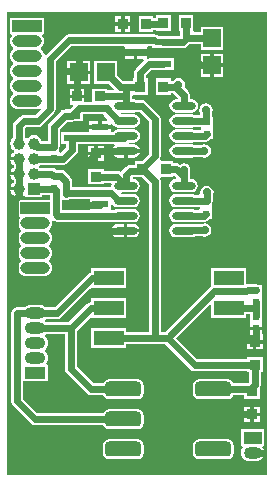
<source format=gbl>
%FSTAX23Y23*%
%MOIN*%
%SFA1B1*%

%IPPOS*%
%AMD14*
4,1,8,-0.047500,-0.025000,0.047500,-0.025000,0.060000,-0.012500,0.060000,0.012500,0.047500,0.025000,-0.047500,0.025000,-0.060000,0.012500,-0.060000,-0.012500,-0.047500,-0.025000,0.0*
1,1,0.025000,-0.047500,-0.012500*
1,1,0.025000,0.047500,-0.012500*
1,1,0.025000,0.047500,0.012500*
1,1,0.025000,-0.047500,0.012500*
%
%ADD10C,0.023620*%
%ADD11R,0.098430X0.039370*%
%ADD12O,0.098430X0.039370*%
%ADD13R,0.100000X0.050000*%
G04~CAMADD=14~8~0.0~0.0~1200.0~500.0~125.0~0.0~15~0.0~0.0~0.0~0.0~0~0.0~0.0~0.0~0.0~0~0.0~0.0~0.0~180.0~1200.0~500.0*
%ADD14D14*%
%ADD15R,0.060000X0.039370*%
%ADD16O,0.060000X0.040000*%
%ADD17O,0.098430X0.039370*%
%ADD18R,0.098430X0.039370*%
%ADD19O,0.068900X0.039370*%
%ADD20R,0.068900X0.039370*%
%ADD21R,0.039370X0.039370*%
%ADD22C,0.039370*%
%ADD23C,0.027560*%
%ADD24C,0.050000*%
%ADD25R,0.057090X0.023620*%
%ADD26R,0.037400X0.033470*%
%ADD27R,0.033470X0.037400*%
%ADD28R,0.060000X0.060000*%
%ADD29R,0.060000X0.060000*%
%ADD30O,0.078740X0.027560*%
%ADD31R,0.023620X0.019690*%
%LNdaughterboard-1*%
%LPD*%
G36*
X02498Y00889D02*
Y00889D01*
X01629*
Y02435*
X02498*
Y00889*
G37*
%LNdaughterboard-2*%
%LPC*%
G36*
X02475Y01086D02*
X02454D01*
Y01067*
X02475*
Y01086*
G37*
G36*
X02442D02*
X02422D01*
Y01067*
X02442*
Y01086*
G37*
G36*
X02297Y01855D02*
X02288Y01853D01*
X02281Y01848*
X02276Y01841*
X02275Y01833*
X02275Y01829*
X02272Y01825*
X02253*
X02253Y01826*
X02244Y01827*
X02193*
X02185Y01826*
X02177Y01821*
X02173Y01814*
X02171Y01805*
X02173Y01797*
X02177Y0179*
X02185Y01785*
X02193Y01783*
X02244*
X02253Y01785*
X02253Y01785*
X02273*
X02275Y01783*
Y01779*
X02271Y01775*
X02253*
X02253Y01776*
X02244Y01777*
X02193*
X02185Y01776*
X02177Y01771*
X02173Y01764*
X02171Y01755*
X02173Y01747*
X02177Y0174*
X02185Y01735*
X02193Y01733*
X02244*
X02253Y01735*
X02253Y01735*
X02288*
X02296Y01737*
X02303Y01741*
X02305Y01744*
X02314*
Y01759*
X02315Y01761*
X02314Y01763*
Y01778*
Y01779*
Y01783*
Y01784*
Y01794*
X02315Y01795*
X02317Y01803*
Y01824*
X02317Y01824*
X02319Y01833*
X02317Y01841*
X02312Y01848*
X02305Y01853*
X02297Y01855*
G37*
G36*
X02442Y01116D02*
X02422D01*
Y01098*
X02442*
Y01116*
G37*
G36*
X02366Y01009D02*
X02271D01*
X02263Y01008*
X02256Y01003*
X02251Y00996*
X0225Y00988*
Y00963*
X02251Y00955*
X02256Y00949*
X02263Y00944*
X02271Y00943*
X02366*
X02373Y00944*
X0238Y00949*
X02385Y00955*
X02386Y00963*
Y00988*
X02385Y00996*
X0238Y01003*
X02373Y01008*
X02366Y01009*
G37*
G36*
X02288Y01993D02*
X0228Y01991D01*
X02279Y01991*
X02254*
X02254Y01991*
X02246Y01993*
X02194*
X02186Y01991*
X02179Y01986*
X02174Y01979*
X02172Y0197*
X02174Y01962*
X02179Y01955*
X02186Y0195*
X02194Y01948*
X02246*
X02254Y0195*
X02254Y0195*
X02279*
X0228Y0195*
X02288Y01948*
X02297Y0195*
X02304Y01955*
X02309Y01962*
X0231Y0197*
X02309Y01979*
X02304Y01986*
X02297Y01991*
X02288Y01993*
G37*
G36*
X02475Y01116D02*
X02454D01*
Y01098*
X02475*
Y01116*
G37*
G36*
X02066Y01009D02*
X01971D01*
X01963Y01008*
X01956Y01003*
X01951Y00996*
X0195Y00988*
Y00963*
X01951Y00955*
X01956Y00949*
X01963Y00944*
X01971Y00943*
X02066*
X02073Y00944*
X0208Y00949*
X02085Y00955*
X02086Y00963*
Y00988*
X02085Y00996*
X0208Y01003*
X02073Y01008*
X02066Y01009*
G37*
G36*
X02487Y01042D02*
X02412D01*
Y00987*
X02415*
X02418Y00982*
X02415Y00979*
X02412Y00972*
X02411Y00965*
X02412Y00957*
X02415Y00951*
X0242Y00945*
X02425Y0094*
X02432Y00938*
X02439Y00937*
X02459*
X02467Y00938*
X02473Y0094*
X02479Y00945*
X02484Y00951*
X02487Y00957*
X02488Y00965*
X02487Y00972*
X02484Y00979*
X02481Y00982*
X02484Y00987*
X02487*
Y01042*
G37*
G36*
X01664Y01839D02*
X01642D01*
X01643Y01838*
X01645Y01831*
X0165Y01825*
X01656Y01821*
X01662Y01818*
X01664Y01818*
Y01839*
G37*
G36*
X02027Y01579D02*
X01911D01*
Y01566*
X01907Y01565*
X019Y0156*
X0179Y0145*
X01758*
X01753Y01454*
X01746Y01457*
X01739Y01458*
X0171*
X01702Y01457*
X01696Y01454*
X01691Y0145*
X01664*
X01656Y01448*
X0165Y01444*
X01646Y01437*
X01644Y0143*
Y01136*
X01646Y01128*
X0165Y01122*
X0171Y01062*
X01716Y01057*
X01724Y01056*
X01951*
X01951Y01055*
X01956Y01049*
X01963Y01044*
X01971Y01043*
X02066*
X02073Y01044*
X0208Y01049*
X02085Y01055*
X02086Y01063*
Y01088*
X02085Y01096*
X0208Y01103*
X02073Y01108*
X02066Y01109*
X01971*
X01963Y01108*
X01956Y01103*
X01951Y01096*
X01951Y01096*
X01732*
X01684Y01144*
Y01202*
X01767*
Y01257*
X01763*
X01761Y01262*
X01763Y01266*
X01766Y01273*
X01767Y0128*
X01766Y01287*
X01763Y01294*
X01759Y01299*
X01756Y01302*
Y01308*
X01759Y0131*
X01763Y01316*
X01766Y01323*
X01767Y0133*
X01766Y01337*
X01763Y01344*
X01759Y01349*
X01757Y01351*
X01757Y01356*
X0176Y0136*
X01824*
Y01243*
X01825Y01235*
X01829Y01229*
X01897Y01162*
X01903Y01157*
X01911Y01156*
X01951*
X01951Y01155*
X01956Y01149*
X01963Y01144*
X01971Y01143*
X02066*
X02073Y01144*
X0208Y01149*
X02085Y01155*
X02086Y01163*
Y01188*
X02085Y01196*
X0208Y01203*
X02073Y01208*
X02066Y01209*
X01971*
X01963Y01208*
X01956Y01203*
X01951Y01196*
X01951Y01196*
X01919*
X01864Y01251*
Y01371*
X01907Y01414*
X01911Y01413*
X02027*
Y01479*
X01911*
Y01466*
X0191*
X01903Y01465*
X01896Y0146*
X01835Y014*
X01758*
X01757Y01401*
X01757Y01406*
X0176Y0141*
X01798*
X01806Y01411*
X01812Y01416*
X01907Y01511*
X01911Y01513*
X02027*
Y01579*
G37*
G36*
X0202Y01699D02*
X01979D01*
X0198Y01697*
X01985Y0169*
X01992Y01685*
X02Y01683*
X0202*
Y01699*
G37*
G36*
X02483Y01328D02*
X02462D01*
Y01309*
X02483*
Y01328*
G37*
G36*
X02481Y01373D02*
X02442D01*
Y01363*
Y01361*
X02438Y01358*
X0243*
Y0134*
X02483*
Y01357*
Y01358*
X02481Y01363*
Y01363*
Y01373*
G37*
G36*
X02072Y01699D02*
X02032D01*
Y01683*
X02051*
X0206Y01685*
X02067Y0169*
X02072Y01697*
X02072Y01699*
G37*
G36*
X02289Y01729D02*
X0228Y01727D01*
X0228Y01727*
X02246*
X02244Y01727*
X02193*
X02185Y01726*
X02177Y01721*
X02173Y01714*
X02171Y01705*
X02173Y01697*
X02177Y0169*
X02185Y01685*
X02193Y01683*
X02244*
X02253Y01685*
X02256Y01687*
X0228*
X0228Y01686*
X02289Y01685*
X02297Y01686*
X02304Y01691*
X02309Y01698*
X02311Y01707*
X02309Y01715*
X02304Y01722*
X02297Y01727*
X02289Y01729*
G37*
G36*
X0245Y01328D02*
X0243D01*
Y01309*
X0245*
Y01328*
G37*
G36*
X0202Y01727D02*
X02D01*
X01992Y01726*
X01985Y01721*
X0198Y01714*
X01979Y01711*
X0202*
Y01727*
G37*
G36*
X02051D02*
X02032D01*
Y01711*
X02072*
X02072Y01714*
X02067Y01721*
X0206Y01726*
X02051Y01727*
G37*
G36*
X02352Y02294D02*
X0232D01*
Y02262*
X02352*
Y02294*
G37*
G36*
X02053Y0229D02*
X02023D01*
Y02277*
X02053*
Y0229*
G37*
G36*
X01908Y0227D02*
X01876D01*
Y02238*
X01908*
Y0227*
G37*
G36*
X02308Y02294D02*
X02276D01*
Y02262*
X02308*
Y02294*
G37*
G36*
X02252Y02423D02*
X02203D01*
Y0237*
X02208*
Y02354*
X02152*
X0215Y02353*
X02137*
X02136Y02354*
X0213Y02358*
X02122Y0236*
X01837*
X01829Y02358*
X01823Y02354*
X0176Y02291*
X0176Y02291*
X01754Y02292*
X01754Y02295*
X01751Y02301*
X01747Y02307*
X01744Y02309*
Y02316*
X01747Y02318*
X01751Y02324*
X01754Y0233*
X01755Y02337*
X01754Y02345*
X01751Y02351*
X01748Y02355*
X01751Y0236*
X01755*
Y02415*
X01641*
Y0236*
X01644*
X01647Y02355*
X01644Y02351*
X01641Y02345*
X0164Y02337*
X01641Y0233*
X01644Y02324*
X01648Y02318*
X01651Y02316*
Y02309*
X01648Y02307*
X01644Y02301*
X01641Y02295*
X0164Y02287*
X01641Y0228*
X01644Y02274*
X01648Y02268*
X01651Y02266*
Y02259*
X01648Y02257*
X01644Y02251*
X01641Y02245*
X0164Y02237*
X01641Y0223*
X01644Y02224*
X01648Y02218*
X01651Y02216*
Y02209*
X01648Y02207*
X01644Y02201*
X01641Y02195*
X0164Y02187*
X01641Y0218*
X01644Y02174*
X01648Y02168*
X01651Y02166*
Y02159*
X01648Y02157*
X01644Y02151*
X01641Y02145*
X0164Y02137*
X01641Y0213*
X01644Y02124*
X01648Y02118*
X01654Y02113*
X01661Y02111*
X01668Y0211*
X01727*
X01734Y02111*
X01741Y02113*
X01744Y02109*
X01724Y0209*
X01687*
X01679Y02089*
X01673Y02084*
X01655Y02067*
X01651Y0206*
X01649Y02052*
Y02014*
X01645Y02009*
X01643Y02002*
X01642Y01995*
X01643Y01988*
X01645Y01981*
X0165Y01975*
X01653Y01973*
Y01967*
X0165Y01964*
X01645Y01959*
X01643Y01952*
X01642Y01951*
X01669*
Y01939*
X01642*
X01643Y01938*
X01645Y01931*
X0165Y01925*
X01653Y01923*
Y01917*
X0165Y01914*
X01645Y01909*
X01643Y01902*
X01642Y01901*
X01669*
Y01889*
X01642*
X01643Y01888*
X01645Y01881*
X0165Y01875*
X01653Y01873*
Y01867*
X0165Y01864*
X01645Y01859*
X01643Y01852*
X01642Y01851*
X01669*
Y01845*
X01675*
Y01818*
X01677Y01818*
X01683Y01821*
X01687Y01823*
X01692Y01821*
Y01817*
X01747*
Y01825*
X01773*
Y01807*
X01667*
Y01752*
X01671*
X01674Y01747*
X01671Y01744*
X01668Y01737*
X01667Y0173*
X01668Y01723*
X01671Y01716*
X01675Y0171*
X01678Y01708*
Y01702*
X01675Y01699*
X01671Y01694*
X01668Y01687*
X01667Y0168*
X01668Y01673*
X01671Y01666*
X01675Y0166*
X01678Y01658*
Y01652*
X01675Y01649*
X01671Y01644*
X01668Y01637*
X01667Y0163*
X01668Y01623*
X01671Y01616*
X01675Y0161*
X01678Y01608*
Y01602*
X01675Y01599*
X01671Y01594*
X01668Y01587*
X01667Y0158*
X01668Y01573*
X01671Y01566*
X01675Y0156*
X01681Y01556*
X01688Y01553*
X01695Y01552*
X01754*
X01761Y01553*
X01768Y01556*
X01774Y0156*
X01778Y01566*
X01781Y01573*
X01782Y0158*
X01781Y01587*
X01778Y01594*
X01774Y01599*
X01771Y01602*
Y01608*
X01774Y0161*
X01778Y01616*
X01781Y01623*
X01782Y0163*
X01781Y01637*
X01778Y01644*
X01774Y01649*
X01771Y01652*
Y01658*
X01774Y0166*
X01778Y01666*
X01781Y01673*
X01782Y0168*
X01781Y01687*
X01778Y01694*
X01774Y01699*
X01771Y01702*
Y01708*
X01774Y0171*
X01778Y01716*
X01781Y01723*
X01782Y0173*
X01781Y01737*
X01782Y01738*
X01785Y0174*
X01791Y01736*
X01798Y01735*
X01992*
X02Y01733*
X02051*
X0206Y01735*
X02067Y0174*
X02072Y01747*
X02073Y01755*
X02072Y01764*
X02067Y01771*
X0206Y01776*
X02051Y01777*
X02*
X01992Y01776*
X01991Y01775*
X01978*
Y0179*
X01983Y01791*
X01985Y0179*
X01992Y01785*
X02Y01783*
X02051*
X0206Y01785*
X02067Y0179*
X02072Y01797*
X02073Y01805*
X02072Y01814*
X02067Y01821*
X0206Y01826*
X02051Y01827*
X02013*
X02012Y01828*
X02015Y01833*
X02051*
X0206Y01835*
X02067Y0184*
X02072Y01847*
X02073Y01855*
X02072Y01864*
X02067Y01871*
X0206Y01876*
X02053Y01877*
X02051Y01881*
X02051Y01882*
X02052Y01884*
X02081*
X02103Y01861*
Y01366*
X02027*
Y01379*
X01911*
Y01313*
X02027*
Y01326*
X02158*
X02241Y01243*
X02248Y01238*
X02256Y01237*
X0243*
Y01232*
X02436*
Y01199*
X02433Y01196*
X02385*
X02385Y01196*
X0238Y01203*
X02373Y01208*
X02366Y01209*
X02271*
X02263Y01208*
X02256Y01203*
X02251Y01196*
X0225Y01188*
Y01163*
X02251Y01155*
X02256Y01149*
X02263Y01144*
X02271Y01143*
X02366*
X02373Y01144*
X0238Y01149*
X02385Y01155*
X02385Y01156*
X02422*
Y01144*
X02475*
Y01184*
X02476Y01191*
Y01232*
X02483*
Y01282*
X0243*
Y01277*
X02264*
X02195Y01346*
X02307Y01458*
X02311Y01456*
Y01413*
X02427*
Y01426*
X02441*
Y01419*
X02442Y01417*
Y01402*
Y01401*
Y01397*
Y01396*
Y01385*
X02481*
Y01396*
Y01397*
Y01401*
Y01402*
Y01416*
X02482Y01419*
Y01468*
X02481Y01469*
Y01485*
Y01489*
Y01505*
X02482Y01507*
X02481Y01509*
Y01525*
X0247*
X02469Y01525*
X02461Y01527*
X02433*
X02431Y01527*
X02427Y0153*
Y01579*
X02311*
Y01518*
X02307Y01516*
X02158Y01366*
X02144*
Y01869*
X02142Y01877*
X02141Y01879*
X02143Y01884*
X02183*
Y01886*
X02188Y01888*
X02194Y01882*
X02194Y0188*
X02192Y01877*
X02185Y01876*
X02177Y01871*
X02173Y01864*
X02171Y01855*
X02173Y01847*
X02177Y0184*
X02185Y01835*
X02193Y01833*
X02244*
X02253Y01835*
X0226Y0184*
X02265Y01847*
X02266Y01855*
X02265Y01864*
X0226Y01871*
X02253Y01876*
X02244Y01877*
X0224*
Y01898*
X02241Y01898*
X02242Y01907*
X02241Y01915*
X02236Y01922*
X02229Y01927*
X0222Y01929*
X02212Y01927*
X02208Y01925*
X02208Y01925*
X02201Y0193*
X02194Y01931*
X02183*
Y01938*
X02143*
X0214Y01943*
X02141Y01944*
X02143Y01952*
Y02077*
X02141Y02085*
X02137Y02091*
X02093Y02135*
X02087Y02139*
X02079Y02141*
X02062*
X02061Y02141*
X02053Y02143*
X02047*
Y02155*
X02051Y02158*
X021*
Y02212*
X02095*
Y02223*
X02112Y02239*
X02152*
X02154Y02239*
X02188*
Y02279*
X02154*
X02152Y02279*
X02103*
X021Y02278*
X02096Y02281*
Y0229*
X02065*
Y02277*
X02085*
X02088Y02272*
X02061Y02245*
X02057Y02239*
X02055Y02231*
Y02212*
X02051*
Y02205*
X02016*
X01998Y02223*
Y0227*
X01922*
Y02194*
X0197*
X01988Y02176*
X01986Y02172*
X01965*
Y02178*
X01915*
Y02133*
X01888*
Y02146*
X01839*
Y02125*
X01849*
X01851Y0212*
X01839Y02109*
X01823*
X01821Y02108*
X01811*
Y02104*
X01809Y02103*
X01771Y02065*
X01767Y02059*
X01766Y02051*
Y02005*
X01745*
X01743Y02009*
X01739Y02014*
X01733Y02019*
X01727Y02022*
X01719Y02023*
X01712Y02022*
X01706Y02019*
X017Y02014*
X01698Y02012*
X01693Y02012*
X01689Y02016*
Y02044*
X01695Y0205*
X01733*
X0174Y02051*
X01747Y02056*
X01788Y02097*
X01792Y02104*
X01794Y02111*
Y02269*
X01845Y0232*
X0202*
X02023Y02316*
Y02302*
X02096*
Y02316*
X02099Y0232*
X02115*
Y02314*
X0215*
X02152Y02314*
X02217*
X02225Y02315*
X02231Y0232*
X02238Y02326*
X02276*
Y02308*
X02352*
Y02384*
X02276*
Y02366*
X02256*
X02252Y0237*
Y02423*
G37*
G36*
X02011Y02421D02*
X01992D01*
Y024*
X02011*
Y02421*
G37*
G36*
X02041D02*
X02023D01*
Y024*
X02041*
Y02421*
G37*
G36*
X02011Y02388D02*
X01992D01*
Y02368*
X02011*
Y02388*
G37*
G36*
X02041D02*
X02023D01*
Y02368*
X02041*
Y02388*
G37*
G36*
X01864Y0227D02*
X01832D01*
Y02238*
X01864*
Y0227*
G37*
G36*
X01857Y02178D02*
X01839D01*
Y02158*
X01857*
Y02178*
G37*
G36*
X01888D02*
X01869D01*
Y02158*
X01888*
Y02178*
G37*
G36*
X02176Y02423D02*
X02126D01*
Y02414*
X02118*
Y02421*
X02069*
Y02368*
X02118*
Y02374*
X02126*
Y0237*
X02176*
Y02423*
G37*
G36*
X02294Y02129D02*
X02285Y02127D01*
X02278Y02123*
X02273Y02115*
X02272Y02107*
X02273Y02098*
X02274Y02098*
Y02091*
X02254*
X02254Y02091*
X02246Y02093*
X02194*
X02186Y02091*
X02179Y02086*
X02174Y02079*
X02172Y0207*
X02174Y02062*
X02179Y02055*
X02186Y0205*
X02194Y02048*
X02246*
X02254Y0205*
X02254Y0205*
X02275*
X02276Y02049*
X02276Y02043*
X02273Y02041*
X02254*
X02254Y02041*
X02246Y02043*
X02194*
X02186Y02041*
X02179Y02036*
X02174Y02029*
X02172Y0202*
X02174Y02012*
X02179Y02005*
X02186Y02*
X02194Y01998*
X02246*
X02254Y02*
X02254Y02*
X02291*
X02299Y02002*
X02305Y02006*
X02307Y02009*
X02316*
Y02024*
X02317Y02026*
X02316Y02028*
Y02043*
Y02044*
Y02048*
Y02049*
Y02083*
X02314*
Y02098*
X02314Y02098*
X02316Y02107*
X02314Y02115*
X02309Y02123*
X02302Y02127*
X02294Y02129*
G37*
G36*
X01864Y02226D02*
X01832D01*
Y02194*
X01864*
Y02226*
G37*
G36*
X02308Y0225D02*
X02276D01*
Y02218*
X02308*
Y0225*
G37*
G36*
X02352D02*
X0232D01*
Y02218*
X02352*
Y0225*
G37*
G36*
X01908Y02226D02*
X01876D01*
Y02194*
X01908*
Y02226*
G37*
G36*
X02202Y02213D02*
X02194Y02212D01*
X02187Y02207*
X02186Y02205*
X02177*
Y02212*
X02128*
Y02158*
X02177*
Y02165*
X02183*
X022Y02148*
Y02143*
X02194*
X02186Y02141*
X02179Y02136*
X02174Y02129*
X02172Y0212*
X02174Y02112*
X02179Y02105*
X02186Y021*
X02194Y02098*
X02246*
X02254Y021*
X02261Y02105*
X02266Y02112*
X02268Y0212*
X02266Y02129*
X02261Y02136*
X02254Y02141*
X02246Y02143*
X0224*
Y02157*
X02238Y02164*
X02234Y02171*
X02223Y02182*
X02223Y02183*
X02225Y02191*
X02223Y022*
X02218Y02207*
X02211Y02212*
X02202Y02213*
G37*
%LNdaughterboard-3*%
%LPD*%
G36*
X02103Y02069D02*
Y0196D01*
X0208Y01938*
X02057*
Y01924*
X02041*
X02033Y01922*
X02027Y01918*
X02012Y01903*
X02009Y019*
X02003Y01904*
X01996Y01905*
X01954*
Y0191*
X019*
Y01861*
X01954*
Y01865*
X01975*
X01979Y0186*
X01978Y01855*
X01978Y01855*
X01974Y0185*
X01848*
Y01868*
X01847Y01876*
X01842Y01882*
X01823Y01902*
X01816Y01906*
X01809Y01908*
X01794*
X01793Y01909*
X01786Y01913*
X01778Y01915*
X01739*
X01737Y01916*
X01737Y01921*
X0174Y01925*
X01818*
X01826Y01926*
X01832Y01931*
X01862Y0196*
X01866Y01966*
X01867Y01974*
Y01994*
X01988*
X0199Y01989*
X01986Y01986*
X01981Y01979*
X01981Y01976*
X02074*
X02073Y01979*
X02068Y01986*
X02061Y01991*
X02053Y01993*
X02038*
X02036Y01998*
X02037Y01998*
X02053*
X02061Y02*
X02068Y02005*
X02073Y02012*
X02075Y0202*
X02073Y02029*
X02068Y02036*
X02061Y02041*
X02053Y02043*
X02001*
X01993Y02041*
X01986Y02036*
X01984Y02034*
X01976*
Y02045*
X01903*
Y02034*
X01847*
X01845Y02033*
X01811*
Y01994*
X01827*
Y01982*
X0181Y01965*
X01809*
X01805Y01968*
Y01983*
X01806Y01985*
Y02043*
X01831Y02068*
X01847*
X01849Y02069*
X01884*
Y02093*
X0195*
X01954Y02087*
X01965Y02075*
X01963Y02071*
X01946*
Y02057*
X01976*
Y02059*
X01981Y02061*
X01982Y0206*
X01986Y02055*
X01993Y0205*
X02001Y02048*
X02053*
X02061Y0205*
X02068Y02055*
X02073Y02062*
X02075Y0207*
X02073Y02079*
X02068Y02086*
X02061Y02091*
X02053Y02093*
X02009*
X02008Y02093*
X02011Y02098*
X02053*
X02061Y021*
X02062Y021*
X02071*
X02103Y02069*
G37*
G36*
X0184Y01809D02*
X01906D01*
Y01798*
X01942*
Y01786*
X01906*
Y01775*
X01813*
Y01808*
X01818Y0181*
X0182Y01808*
X01828Y01807*
X01836Y01808*
X01838Y0181*
X01838*
X0184Y01809*
G37*
%LNdaughterboard-4*%
%LPC*%
G36*
X01921Y01987D02*
X019D01*
Y01968*
X01921*
Y01987*
G37*
G36*
X01954D02*
X01933D01*
Y01968*
X01954*
Y01987*
G37*
G36*
X01934Y02071D02*
X01903D01*
Y02057*
X01934*
Y02071*
G37*
G36*
X02074Y01965D02*
X02033D01*
Y01948*
X02053*
X02061Y0195*
X02068Y01955*
X02073Y01962*
X02074Y01965*
G37*
G36*
X01921Y01956D02*
X019D01*
Y01937*
X01921*
Y01956*
G37*
G36*
X01954D02*
X01933D01*
Y01937*
X01954*
Y01956*
G37*
G36*
X02021Y01965D02*
X01981D01*
X01981Y01962*
X01986Y01955*
X01993Y0195*
X02001Y01948*
X02021*
Y01965*
G37*
%LNdaughterboard-5*%
%LPD*%
G54D10*
X02449Y00965D02*
X02479D01*
X01968Y02107D02*
X01991Y02084D01*
X01968Y02107D02*
Y0211D01*
X01847Y02088D02*
X01872Y02113D01*
X01965*
X01968Y0211*
X01969Y01346D02*
X02166D01*
X02041Y01904D02*
X02087D01*
X02123Y01361D02*
Y01869D01*
X02082Y01911D02*
X02123Y01869D01*
X02079Y0212D02*
X02123Y02077D01*
Y01952D02*
Y02077D01*
X02082Y01911D02*
X02123Y01952D01*
X01786Y01985D02*
Y02051D01*
X01729Y01985D02*
X01786D01*
X02441Y01176D02*
X02456Y01191D01*
Y01257*
X01667Y01819D02*
X01669D01*
Y01895D02*
Y01945D01*
Y01845D02*
Y01895D01*
X02194Y01911D02*
X02219Y01886D01*
X01863Y02225D02*
X0187Y02232D01*
Y02286*
X01811Y02237D02*
X01865D01*
X01774Y02277D02*
X01837Y0234D01*
X01774Y02111D02*
Y02277D01*
X01733Y0207D02*
X01774Y02111D01*
X02297Y01803D02*
Y01833D01*
X0222Y01857D02*
Y01907D01*
X02219Y01855D02*
X0222Y01857D01*
X02192Y02185D02*
X0222Y02157D01*
X02292Y0207D02*
X02294Y02069D01*
Y02107*
X0222Y0197D02*
X02288D01*
X0229Y01805D02*
X02293Y01803D01*
X0222Y01707D02*
X02289D01*
X01927Y01962D02*
X01936Y0197D01*
X01884Y01919D02*
X01927Y01962D01*
X01865Y01919D02*
X01884D01*
X01936Y0197D02*
X02027D01*
X01959Y01705D02*
X02026D01*
X01996Y01885D02*
X02026Y01855D01*
X01927Y01885D02*
X01996D01*
X01863Y02152D02*
Y02225D01*
X01886Y02301D02*
X02231D01*
X02276Y02256D02*
X02314D01*
X02231Y02301D02*
X02276Y02256D01*
X0187Y02286D02*
X01886Y02301D01*
X02217Y02334D02*
X02228Y02344D01*
X02152Y02334D02*
X02217D01*
X01837Y0234D02*
X02122D01*
X01687Y0207D02*
X01733D01*
X01669Y02052D02*
X01687Y0207D01*
X01669Y01995D02*
Y02052D01*
X01911Y01176D02*
X02018D01*
X01844Y01243D02*
X01911Y01176D01*
X01844Y01243D02*
Y0138D01*
X0191Y01446D02*
X01969D01*
X01844Y0138D02*
X0191Y01446D01*
X01724Y0138D02*
X01844D01*
X01915Y01546D02*
X01969D01*
X01798Y0143D02*
X01915Y01546D01*
X01724Y0143D02*
X01798D01*
X01724Y01076D02*
X02018D01*
X01664Y01136D02*
X01724Y01076D01*
X01664Y0143D02*
X01724D01*
X01664Y01136D02*
Y0143D01*
X02318Y01076D02*
X02334Y01092D01*
X02448*
X02318Y01176D02*
X02441D01*
X02461Y01348D02*
Y01379D01*
X02459Y01346D02*
X02461Y01348D01*
X02369Y01346D02*
X02459D01*
X02256Y01257D02*
X02456D01*
X02166Y01346D02*
X02256Y01257D01*
X02288Y01755D02*
X02295Y01761D01*
X02219Y01755D02*
X02288D01*
X02219Y01805D02*
X0229D01*
X02291Y0202D02*
X02297Y02026D01*
X0222Y0202D02*
X02291D01*
X0222Y0207D02*
X02292D01*
X02219Y01855D02*
Y01886D01*
X02159Y01911D02*
X02194D01*
X02075Y02185D02*
Y02231D01*
X02103Y02259*
X02152*
X0222Y0212D02*
Y02157D01*
X02152Y02185D02*
X02192D01*
X02027Y0212D02*
Y02183D01*
X0194Y02152D02*
X02023D01*
X02027Y0212D02*
X02079D01*
X02025Y02185D02*
X02075D01*
X02007D02*
X02025D01*
X02027Y02183*
X0196Y02232D02*
X02007Y02185D01*
X02228Y02344D02*
X0223Y02346D01*
X02314*
X02433Y01507D02*
X02461D01*
X02427Y01502D02*
X02433Y01507D01*
X02322Y01502D02*
X02427D01*
X02166Y01346D02*
X02322Y01502D01*
X02461Y01419D02*
Y01468D01*
X02369Y01446D02*
X02459D01*
X01786Y02051D02*
X01823Y02088D01*
X01847*
X01719Y01995D02*
X01729Y01985D01*
X01847Y01974D02*
Y02014D01*
X01798Y01755D02*
X0185D01*
X01828Y01827D02*
Y01868D01*
X01809Y01888D02*
X01828Y01868D01*
X01786Y01888D02*
X01809D01*
X01793Y0176D02*
X01798Y01755D01*
X01793Y0176D02*
Y0184D01*
X01786Y01848D02*
X01793Y0184D01*
X01724Y0148D02*
Y0153D01*
X01656Y01547D02*
Y01808D01*
Y01547D02*
X01672Y0153D01*
X01724*
X01656Y01808D02*
X01667Y01819D01*
X01669D02*
Y01845D01*
X0202Y02014D02*
X02027Y0202D01*
X01847Y02014D02*
X0202D01*
X01848Y01755D02*
X02024D01*
X02003Y01805D02*
X02026D01*
X01978Y0183D02*
X02003Y01805D01*
X0184Y0183D02*
X01978D01*
X01889Y01791D02*
X01941D01*
X02026Y01855D02*
Y01889D01*
X02041Y01904*
X02094Y02394D02*
X02149D01*
X02228Y02344D02*
Y02396D01*
X01719Y01845D02*
X01782D01*
X01719Y01895D02*
X01778D01*
X01786Y01888*
X01719Y01945D02*
X01818D01*
X01847Y01974*
G54D11*
X01698Y02387D03*
G54D12*
X01698Y02337D03*
Y02287D03*
Y02187D03*
Y02237D03*
Y02137D03*
G54D13*
X02369Y01546D03*
Y01446D03*
Y01346D03*
X01969Y01546D03*
Y01446D03*
Y01346D03*
G54D14*
X02318Y01176D03*
Y01076D03*
Y00976D03*
X02018D03*
Y01076D03*
Y01176D03*
G54D15*
X02449Y01015D03*
G54D16*
X02449Y00965D03*
G54D17*
X01724Y0153D03*
Y0163D03*
Y0158D03*
Y0168D03*
Y0173D03*
Y0148D03*
G54D18*
X01724Y0178D03*
G54D19*
X01724Y0138D03*
Y0143D03*
Y0133D03*
Y0128D03*
G54D20*
X01724Y0123D03*
G54D21*
X01719Y01845D03*
G54D22*
X01669Y01845D03*
X01719Y01895D03*
X01669D03*
X01719Y01945D03*
X01669D03*
X01719Y01995D03*
X01669D03*
G54D23*
X0194Y02079D03*
X01811Y02237D03*
X02297Y01833D03*
X0222Y01907D03*
X02289Y01707D03*
X02288Y0197D03*
X02294Y02107D03*
X02202Y02191D03*
X01889Y01791D03*
G54D24*
X01865Y01919D03*
G54D25*
X01942Y01792D03*
X0185Y0183D03*
Y01755D03*
X0194Y02051D03*
X01847Y02088D03*
Y02014D03*
X02059Y02296D03*
X02152Y02259D03*
Y02334D03*
G54D26*
X01927Y01962D03*
Y01885D03*
X02456Y01334D03*
Y01257D03*
X02448Y01169D03*
Y01092D03*
G54D27*
X01863Y02152D03*
X0194D03*
X02094Y02394D03*
X02017D03*
X02151Y02396D03*
X02228D03*
X02152Y02185D03*
X02075D03*
X02159Y01911D03*
X02082D03*
G54D28*
X0187Y02232D03*
X0196D03*
G54D29*
X02314Y02256D03*
Y02346D03*
G54D30*
X0222Y0212D03*
Y0207D03*
Y0202D03*
Y0197D03*
X02027Y0212D03*
Y0207D03*
Y0202D03*
Y0197D03*
X02219Y01855D03*
Y01805D03*
Y01755D03*
Y01705D03*
X02026Y01855D03*
Y01805D03*
Y01755D03*
Y01705D03*
G54D31*
X02297Y02066D03*
Y02026D03*
X02295Y01801D03*
Y01761D03*
X02461Y01418D03*
Y01379D03*
X02461Y01507D03*
Y01468D03*
X01786Y01985D03*
Y01946D03*
Y01888D03*
Y01848D03*
M02*
</source>
